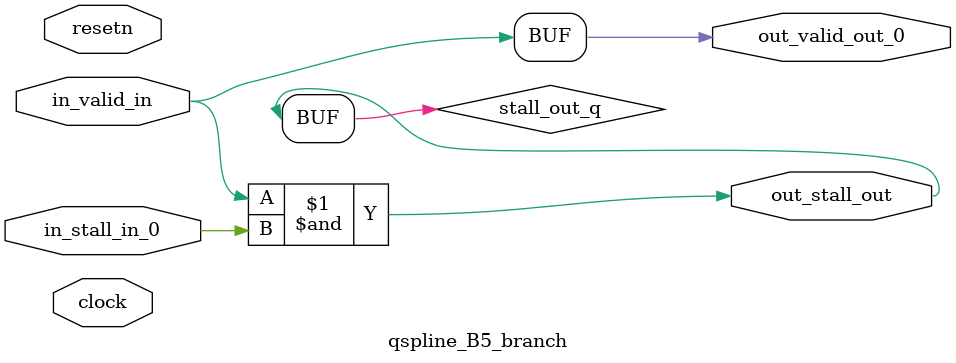
<source format=sv>



(* altera_attribute = "-name AUTO_SHIFT_REGISTER_RECOGNITION OFF; -name MESSAGE_DISABLE 10036; -name MESSAGE_DISABLE 10037; -name MESSAGE_DISABLE 14130; -name MESSAGE_DISABLE 14320; -name MESSAGE_DISABLE 15400; -name MESSAGE_DISABLE 14130; -name MESSAGE_DISABLE 10036; -name MESSAGE_DISABLE 12020; -name MESSAGE_DISABLE 12030; -name MESSAGE_DISABLE 12010; -name MESSAGE_DISABLE 12110; -name MESSAGE_DISABLE 14320; -name MESSAGE_DISABLE 13410; -name MESSAGE_DISABLE 113007; -name MESSAGE_DISABLE 10958" *)
module qspline_B5_branch (
    input wire [0:0] in_stall_in_0,
    input wire [0:0] in_valid_in,
    output wire [0:0] out_stall_out,
    output wire [0:0] out_valid_out_0,
    input wire clock,
    input wire resetn
    );

    wire [0:0] stall_out_q;


    // stall_out(LOGICAL,6)
    assign stall_out_q = in_valid_in & in_stall_in_0;

    // out_stall_out(GPOUT,4)
    assign out_stall_out = stall_out_q;

    // out_valid_out_0(GPOUT,5)
    assign out_valid_out_0 = in_valid_in;

endmodule

</source>
